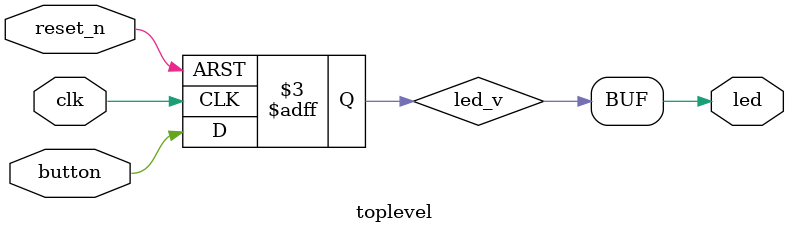
<source format=v>
`timescale 1ns/1ps

module toplevel(
    input wire clk,
    input wire reset_n,
    input wire button,
    output wire led
);
    reg led_v;

    always @(posedge clk or negedge reset_n) begin
      if (!reset_n) begin
        led_v <= 1'b0;
      end else begin
        led_v <= button;
      end
    end
    assign led = led_v;

endmodule
</source>
